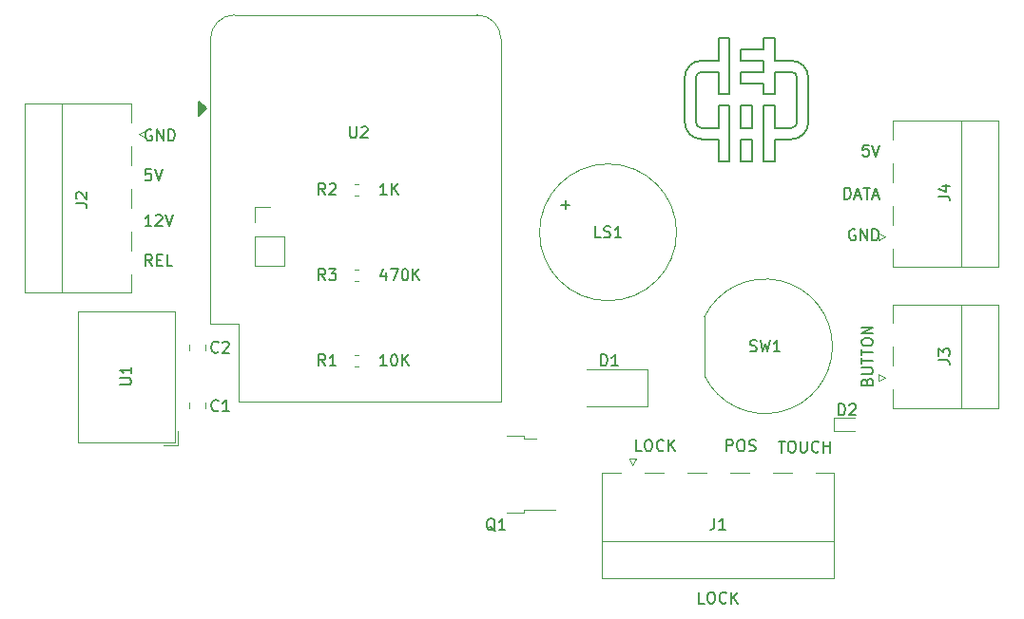
<source format=gto>
G04 #@! TF.GenerationSoftware,KiCad,Pcbnew,(5.1.2-1)-1*
G04 #@! TF.CreationDate,2019-07-26T11:47:48+01:00*
G04 #@! TF.ProjectId,tool-lockers-pcb,746f6f6c-2d6c-46f6-936b-6572732d7063,rev?*
G04 #@! TF.SameCoordinates,Original*
G04 #@! TF.FileFunction,Legend,Top*
G04 #@! TF.FilePolarity,Positive*
%FSLAX46Y46*%
G04 Gerber Fmt 4.6, Leading zero omitted, Abs format (unit mm)*
G04 Created by KiCad (PCBNEW (5.1.2-1)-1) date 2019-07-26 11:47:48*
%MOMM*%
%LPD*%
G04 APERTURE LIST*
%ADD10C,0.150000*%
%ADD11C,0.120000*%
G04 APERTURE END LIST*
D10*
X172267857Y-115149380D02*
X172839285Y-115149380D01*
X172553571Y-116149380D02*
X172553571Y-115149380D01*
X173363095Y-115149380D02*
X173553571Y-115149380D01*
X173648809Y-115197000D01*
X173744047Y-115292238D01*
X173791666Y-115482714D01*
X173791666Y-115816047D01*
X173744047Y-116006523D01*
X173648809Y-116101761D01*
X173553571Y-116149380D01*
X173363095Y-116149380D01*
X173267857Y-116101761D01*
X173172619Y-116006523D01*
X173125000Y-115816047D01*
X173125000Y-115482714D01*
X173172619Y-115292238D01*
X173267857Y-115197000D01*
X173363095Y-115149380D01*
X174220238Y-115149380D02*
X174220238Y-115958904D01*
X174267857Y-116054142D01*
X174315476Y-116101761D01*
X174410714Y-116149380D01*
X174601190Y-116149380D01*
X174696428Y-116101761D01*
X174744047Y-116054142D01*
X174791666Y-115958904D01*
X174791666Y-115149380D01*
X175839285Y-116054142D02*
X175791666Y-116101761D01*
X175648809Y-116149380D01*
X175553571Y-116149380D01*
X175410714Y-116101761D01*
X175315476Y-116006523D01*
X175267857Y-115911285D01*
X175220238Y-115720809D01*
X175220238Y-115577952D01*
X175267857Y-115387476D01*
X175315476Y-115292238D01*
X175410714Y-115197000D01*
X175553571Y-115149380D01*
X175648809Y-115149380D01*
X175791666Y-115197000D01*
X175839285Y-115244619D01*
X176267857Y-116149380D02*
X176267857Y-115149380D01*
X176267857Y-115625571D02*
X176839285Y-115625571D01*
X176839285Y-116149380D02*
X176839285Y-115149380D01*
X167648095Y-116022380D02*
X167648095Y-115022380D01*
X168029047Y-115022380D01*
X168124285Y-115070000D01*
X168171904Y-115117619D01*
X168219523Y-115212857D01*
X168219523Y-115355714D01*
X168171904Y-115450952D01*
X168124285Y-115498571D01*
X168029047Y-115546190D01*
X167648095Y-115546190D01*
X168838571Y-115022380D02*
X169029047Y-115022380D01*
X169124285Y-115070000D01*
X169219523Y-115165238D01*
X169267142Y-115355714D01*
X169267142Y-115689047D01*
X169219523Y-115879523D01*
X169124285Y-115974761D01*
X169029047Y-116022380D01*
X168838571Y-116022380D01*
X168743333Y-115974761D01*
X168648095Y-115879523D01*
X168600476Y-115689047D01*
X168600476Y-115355714D01*
X168648095Y-115165238D01*
X168743333Y-115070000D01*
X168838571Y-115022380D01*
X169648095Y-115974761D02*
X169790952Y-116022380D01*
X170029047Y-116022380D01*
X170124285Y-115974761D01*
X170171904Y-115927142D01*
X170219523Y-115831904D01*
X170219523Y-115736666D01*
X170171904Y-115641428D01*
X170124285Y-115593809D01*
X170029047Y-115546190D01*
X169838571Y-115498571D01*
X169743333Y-115450952D01*
X169695714Y-115403333D01*
X169648095Y-115308095D01*
X169648095Y-115212857D01*
X169695714Y-115117619D01*
X169743333Y-115070000D01*
X169838571Y-115022380D01*
X170076666Y-115022380D01*
X170219523Y-115070000D01*
X160075714Y-116022380D02*
X159599523Y-116022380D01*
X159599523Y-115022380D01*
X160599523Y-115022380D02*
X160790000Y-115022380D01*
X160885238Y-115070000D01*
X160980476Y-115165238D01*
X161028095Y-115355714D01*
X161028095Y-115689047D01*
X160980476Y-115879523D01*
X160885238Y-115974761D01*
X160790000Y-116022380D01*
X160599523Y-116022380D01*
X160504285Y-115974761D01*
X160409047Y-115879523D01*
X160361428Y-115689047D01*
X160361428Y-115355714D01*
X160409047Y-115165238D01*
X160504285Y-115070000D01*
X160599523Y-115022380D01*
X162028095Y-115927142D02*
X161980476Y-115974761D01*
X161837619Y-116022380D01*
X161742380Y-116022380D01*
X161599523Y-115974761D01*
X161504285Y-115879523D01*
X161456666Y-115784285D01*
X161409047Y-115593809D01*
X161409047Y-115450952D01*
X161456666Y-115260476D01*
X161504285Y-115165238D01*
X161599523Y-115070000D01*
X161742380Y-115022380D01*
X161837619Y-115022380D01*
X161980476Y-115070000D01*
X162028095Y-115117619D01*
X162456666Y-116022380D02*
X162456666Y-115022380D01*
X163028095Y-116022380D02*
X162599523Y-115450952D01*
X163028095Y-115022380D02*
X162456666Y-115593809D01*
X178147404Y-93543380D02*
X178147404Y-92543380D01*
X178385500Y-92543380D01*
X178528357Y-92591000D01*
X178623595Y-92686238D01*
X178671214Y-92781476D01*
X178718833Y-92971952D01*
X178718833Y-93114809D01*
X178671214Y-93305285D01*
X178623595Y-93400523D01*
X178528357Y-93495761D01*
X178385500Y-93543380D01*
X178147404Y-93543380D01*
X179099785Y-93257666D02*
X179575976Y-93257666D01*
X179004547Y-93543380D02*
X179337880Y-92543380D01*
X179671214Y-93543380D01*
X179861690Y-92543380D02*
X180433119Y-92543380D01*
X180147404Y-93543380D02*
X180147404Y-92543380D01*
X180718833Y-93257666D02*
X181195023Y-93257666D01*
X180623595Y-93543380D02*
X180956928Y-92543380D01*
X181290261Y-93543380D01*
X180290261Y-88733380D02*
X179814071Y-88733380D01*
X179766452Y-89209571D01*
X179814071Y-89161952D01*
X179909309Y-89114333D01*
X180147404Y-89114333D01*
X180242642Y-89161952D01*
X180290261Y-89209571D01*
X180337880Y-89304809D01*
X180337880Y-89542904D01*
X180290261Y-89638142D01*
X180242642Y-89685761D01*
X180147404Y-89733380D01*
X179909309Y-89733380D01*
X179814071Y-89685761D01*
X179766452Y-89638142D01*
X180623595Y-88733380D02*
X180956928Y-89733380D01*
X181290261Y-88733380D01*
X179099785Y-96274000D02*
X179004547Y-96226380D01*
X178861690Y-96226380D01*
X178718833Y-96274000D01*
X178623595Y-96369238D01*
X178575976Y-96464476D01*
X178528357Y-96654952D01*
X178528357Y-96797809D01*
X178575976Y-96988285D01*
X178623595Y-97083523D01*
X178718833Y-97178761D01*
X178861690Y-97226380D01*
X178956928Y-97226380D01*
X179099785Y-97178761D01*
X179147404Y-97131142D01*
X179147404Y-96797809D01*
X178956928Y-96797809D01*
X179575976Y-97226380D02*
X179575976Y-96226380D01*
X180147404Y-97226380D01*
X180147404Y-96226380D01*
X180623595Y-97226380D02*
X180623595Y-96226380D01*
X180861690Y-96226380D01*
X181004547Y-96274000D01*
X181099785Y-96369238D01*
X181147404Y-96464476D01*
X181195023Y-96654952D01*
X181195023Y-96797809D01*
X181147404Y-96988285D01*
X181099785Y-97083523D01*
X181004547Y-97178761D01*
X180861690Y-97226380D01*
X180623595Y-97226380D01*
X116477023Y-99512380D02*
X116143690Y-99036190D01*
X115905595Y-99512380D02*
X115905595Y-98512380D01*
X116286547Y-98512380D01*
X116381785Y-98560000D01*
X116429404Y-98607619D01*
X116477023Y-98702857D01*
X116477023Y-98845714D01*
X116429404Y-98940952D01*
X116381785Y-98988571D01*
X116286547Y-99036190D01*
X115905595Y-99036190D01*
X116905595Y-98988571D02*
X117238928Y-98988571D01*
X117381785Y-99512380D02*
X116905595Y-99512380D01*
X116905595Y-98512380D01*
X117381785Y-98512380D01*
X118286547Y-99512380D02*
X117810357Y-99512380D01*
X117810357Y-98512380D01*
X116429404Y-95956380D02*
X115857976Y-95956380D01*
X116143690Y-95956380D02*
X116143690Y-94956380D01*
X116048452Y-95099238D01*
X115953214Y-95194476D01*
X115857976Y-95242095D01*
X116810357Y-95051619D02*
X116857976Y-95004000D01*
X116953214Y-94956380D01*
X117191309Y-94956380D01*
X117286547Y-95004000D01*
X117334166Y-95051619D01*
X117381785Y-95146857D01*
X117381785Y-95242095D01*
X117334166Y-95384952D01*
X116762738Y-95956380D01*
X117381785Y-95956380D01*
X117667500Y-94956380D02*
X118000833Y-95956380D01*
X118334166Y-94956380D01*
X116381785Y-90892380D02*
X115905595Y-90892380D01*
X115857976Y-91368571D01*
X115905595Y-91320952D01*
X116000833Y-91273333D01*
X116238928Y-91273333D01*
X116334166Y-91320952D01*
X116381785Y-91368571D01*
X116429404Y-91463809D01*
X116429404Y-91701904D01*
X116381785Y-91797142D01*
X116334166Y-91844761D01*
X116238928Y-91892380D01*
X116000833Y-91892380D01*
X115905595Y-91844761D01*
X115857976Y-91797142D01*
X116715119Y-90892380D02*
X117048452Y-91892380D01*
X117381785Y-90892380D01*
X116429404Y-87384000D02*
X116334166Y-87336380D01*
X116191309Y-87336380D01*
X116048452Y-87384000D01*
X115953214Y-87479238D01*
X115905595Y-87574476D01*
X115857976Y-87764952D01*
X115857976Y-87907809D01*
X115905595Y-88098285D01*
X115953214Y-88193523D01*
X116048452Y-88288761D01*
X116191309Y-88336380D01*
X116286547Y-88336380D01*
X116429404Y-88288761D01*
X116477023Y-88241142D01*
X116477023Y-87907809D01*
X116286547Y-87907809D01*
X116905595Y-88336380D02*
X116905595Y-87336380D01*
X117477023Y-88336380D01*
X117477023Y-87336380D01*
X117953214Y-88336380D02*
X117953214Y-87336380D01*
X118191309Y-87336380D01*
X118334166Y-87384000D01*
X118429404Y-87479238D01*
X118477023Y-87574476D01*
X118524642Y-87764952D01*
X118524642Y-87907809D01*
X118477023Y-88098285D01*
X118429404Y-88193523D01*
X118334166Y-88288761D01*
X118191309Y-88336380D01*
X117953214Y-88336380D01*
D11*
X149600000Y-114930000D02*
X150700000Y-114930000D01*
X149600000Y-114660000D02*
X149600000Y-114930000D01*
X148100000Y-114660000D02*
X149600000Y-114660000D01*
X149600000Y-121290000D02*
X152430000Y-121290000D01*
X149600000Y-121560000D02*
X149600000Y-121290000D01*
X148100000Y-121560000D02*
X149600000Y-121560000D01*
X125630000Y-94290000D02*
X126960000Y-94290000D01*
X125630000Y-95620000D02*
X125630000Y-94290000D01*
X125630000Y-96890000D02*
X128290000Y-96890000D01*
X128290000Y-96890000D02*
X128290000Y-99490000D01*
X125630000Y-96890000D02*
X125630000Y-99490000D01*
X125630000Y-99490000D02*
X128290000Y-99490000D01*
X134884279Y-100840000D02*
X134558721Y-100840000D01*
X134884279Y-99820000D02*
X134558721Y-99820000D01*
D10*
X168918000Y-85209000D02*
X169918000Y-85209000D01*
X169918000Y-85209000D02*
X169918000Y-87209000D01*
X169918000Y-87209000D02*
X168918000Y-87209000D01*
X168918000Y-87209000D02*
X168918000Y-85209000D01*
X168918000Y-88209000D02*
X169918000Y-88209000D01*
X169918000Y-88209000D02*
X169918000Y-90209000D01*
X169918000Y-90209000D02*
X168918000Y-90209000D01*
X168918000Y-90209000D02*
X168918000Y-88209000D01*
X170918000Y-85209000D02*
X170918000Y-90209000D01*
X170918000Y-90209000D02*
X171918000Y-90209000D01*
X171918000Y-90209000D02*
X171918000Y-88209000D01*
X171918000Y-88209000D02*
X173418000Y-88209000D01*
X170918000Y-85209000D02*
X171918000Y-85209000D01*
X171918000Y-85209000D02*
X171918000Y-87209000D01*
X171918000Y-87209000D02*
X173418000Y-87209000D01*
X167918000Y-85209000D02*
X167918000Y-90209000D01*
X167918000Y-90209000D02*
X166918000Y-90209000D01*
X166918000Y-90209000D02*
X166918000Y-88209000D01*
X166918000Y-88209000D02*
X165418000Y-88209000D01*
X167918000Y-85209000D02*
X166918000Y-85209000D01*
X166918000Y-85209000D02*
X166918000Y-87209000D01*
X166918000Y-87209000D02*
X165418000Y-87209000D01*
X166918000Y-84209000D02*
X167918000Y-84209000D01*
X167918000Y-84209000D02*
X167918000Y-79209000D01*
X167918000Y-79209000D02*
X166918000Y-79209000D01*
X166918000Y-79209000D02*
X166918000Y-81209000D01*
X166918000Y-81209000D02*
X165418000Y-81209000D01*
X166918000Y-84209000D02*
X166918000Y-82209000D01*
X166918000Y-82209000D02*
X165418000Y-82209000D01*
X170918000Y-79209000D02*
X170918000Y-80209000D01*
X170918000Y-80209000D02*
X168918000Y-80209000D01*
X168918000Y-80209000D02*
X168918000Y-81209000D01*
X168918000Y-81209000D02*
X170918000Y-81209000D01*
X170918000Y-81209000D02*
X170918000Y-82209000D01*
X170918000Y-82209000D02*
X168918000Y-82209000D01*
X168918000Y-82209000D02*
X168918000Y-83209000D01*
X168918000Y-83209000D02*
X170918000Y-83209000D01*
X170918000Y-83209000D02*
X170918000Y-84209000D01*
X170918000Y-84209000D02*
X171918000Y-84209000D01*
X171918000Y-84209000D02*
X171918000Y-82209000D01*
X171918000Y-82209000D02*
X173418000Y-82209000D01*
X170918000Y-79209000D02*
X171918000Y-79209000D01*
X171918000Y-79209000D02*
X171918000Y-81209000D01*
X171918000Y-81209000D02*
X173418000Y-81209000D01*
X173918000Y-82709000D02*
X173918000Y-86709000D01*
X174918000Y-82709000D02*
X174918000Y-86709000D01*
X164918000Y-82709000D02*
X164918000Y-86709000D01*
X163918000Y-82709000D02*
X163918000Y-86709000D01*
X173918000Y-82709000D02*
G75*
G03X173418000Y-82209000I-500000J0D01*
G01*
X174918000Y-82709000D02*
G75*
G03X173418000Y-81209000I-1500000J0D01*
G01*
X173418000Y-87209000D02*
G75*
G03X173918000Y-86709000I0J500000D01*
G01*
X173418000Y-88209000D02*
G75*
G03X174918000Y-86709000I0J1500000D01*
G01*
X165418000Y-82209000D02*
G75*
G03X164918000Y-82709000I0J-500000D01*
G01*
X165418000Y-81209000D02*
G75*
G03X163918000Y-82709000I0J-1500000D01*
G01*
X164918000Y-86709000D02*
G75*
G03X165418000Y-87209000I500000J0D01*
G01*
X163918000Y-86709000D02*
G75*
G03X165418000Y-88209000I1500000J0D01*
G01*
D11*
X179070000Y-114265000D02*
X177220000Y-114265000D01*
X179070000Y-113065000D02*
X177220000Y-113065000D01*
X177220000Y-113065000D02*
X177220000Y-114265000D01*
X165669001Y-104060000D02*
G75*
G02X165669001Y-109299999I5399999J-2620000D01*
G01*
X165669000Y-104060000D02*
X165669001Y-109299999D01*
X163189000Y-96520000D02*
G75*
G03X163189000Y-96520000I-6100000J0D01*
G01*
X160594000Y-112013000D02*
X155194000Y-112013000D01*
X160594000Y-108713000D02*
X155194000Y-108713000D01*
X160594000Y-112013000D02*
X160594000Y-108713000D01*
X181169000Y-97201000D02*
X181169000Y-96601000D01*
X181769000Y-96901000D02*
X181169000Y-97201000D01*
X181169000Y-96601000D02*
X181769000Y-96901000D01*
X188569000Y-99611000D02*
X188569000Y-86571000D01*
X182459000Y-92041000D02*
X182459000Y-90331000D01*
X182459000Y-95851000D02*
X182459000Y-94141000D01*
X182459000Y-86571000D02*
X182459000Y-88231000D01*
X182459000Y-99611000D02*
X182459000Y-97951000D01*
X191879000Y-86571000D02*
X182459000Y-86571000D01*
X191879000Y-99611000D02*
X191879000Y-86571000D01*
X182459000Y-99611000D02*
X191879000Y-99611000D01*
X181169000Y-109774000D02*
X181169000Y-109174000D01*
X181769000Y-109474000D02*
X181169000Y-109774000D01*
X181169000Y-109174000D02*
X181769000Y-109474000D01*
X188569000Y-112184000D02*
X188569000Y-102954000D01*
X182459000Y-108424000D02*
X182459000Y-106714000D01*
X182459000Y-102954000D02*
X182459000Y-104614000D01*
X182459000Y-112184000D02*
X182459000Y-110524000D01*
X191879000Y-102954000D02*
X182459000Y-102954000D01*
X191879000Y-112184000D02*
X191879000Y-102954000D01*
X182459000Y-112184000D02*
X191879000Y-112184000D01*
X115884000Y-87457000D02*
X115884000Y-88057000D01*
X115284000Y-87757000D02*
X115884000Y-87457000D01*
X115884000Y-88057000D02*
X115284000Y-87757000D01*
X108484000Y-85047000D02*
X108484000Y-101897000D01*
X114594000Y-96427000D02*
X114594000Y-98137000D01*
X114594000Y-92617000D02*
X114594000Y-94327000D01*
X114594000Y-88807000D02*
X114594000Y-90517000D01*
X114594000Y-101897000D02*
X114594000Y-100237000D01*
X114594000Y-85047000D02*
X114594000Y-86707000D01*
X105174000Y-101897000D02*
X114594000Y-101897000D01*
X105174000Y-85047000D02*
X105174000Y-101897000D01*
X114594000Y-85047000D02*
X105174000Y-85047000D01*
X119813000Y-112224078D02*
X119813000Y-111706922D01*
X121233000Y-112224078D02*
X121233000Y-111706922D01*
X119813000Y-106499922D02*
X119813000Y-107017078D01*
X121233000Y-106499922D02*
X121233000Y-107017078D01*
X156548000Y-117943000D02*
X156548000Y-127363000D01*
X156548000Y-127363000D02*
X177208000Y-127363000D01*
X177208000Y-127363000D02*
X177208000Y-117943000D01*
X156548000Y-117943000D02*
X158208000Y-117943000D01*
X177208000Y-117943000D02*
X175548000Y-117943000D01*
X160308000Y-117943000D02*
X162018000Y-117943000D01*
X164118000Y-117943000D02*
X165828000Y-117943000D01*
X167928000Y-117943000D02*
X169638000Y-117943000D01*
X171738000Y-117943000D02*
X173448000Y-117943000D01*
X156548000Y-124053000D02*
X177208000Y-124053000D01*
X159558000Y-116653000D02*
X159258000Y-117253000D01*
X159258000Y-117253000D02*
X158958000Y-116653000D01*
X158958000Y-116653000D02*
X159558000Y-116653000D01*
X134884279Y-107440000D02*
X134558721Y-107440000D01*
X134884279Y-108460000D02*
X134558721Y-108460000D01*
X134884279Y-93220000D02*
X134558721Y-93220000D01*
X134884279Y-92200000D02*
X134558721Y-92200000D01*
X124230000Y-111591000D02*
X147550000Y-111591000D01*
X121690000Y-104691000D02*
X121690000Y-79261000D01*
X147550000Y-111591000D02*
X147550000Y-79261000D01*
X145430000Y-77131000D02*
X123820000Y-77131000D01*
D10*
G36*
X120650000Y-84836000D02*
G01*
X120650000Y-86106000D01*
X121285000Y-85471000D01*
X120650000Y-84836000D01*
G37*
X120650000Y-84836000D02*
X120650000Y-86106000D01*
X121285000Y-85471000D01*
X120650000Y-84836000D01*
D11*
X121690000Y-104691000D02*
X124230000Y-104691000D01*
X124230000Y-104691000D02*
X124230000Y-111591000D01*
X121690000Y-79261000D02*
G75*
G02X123820000Y-77131000I2130000J0D01*
G01*
X145420000Y-77131000D02*
G75*
G02X147550000Y-79261000I0J-2130000D01*
G01*
X109899000Y-115258000D02*
X109899000Y-103537000D01*
X118519000Y-115258000D02*
X118519000Y-103537000D01*
X109899000Y-115258000D02*
X118519000Y-115258000D01*
X109899000Y-103537000D02*
X118519000Y-103537000D01*
X117519000Y-115498000D02*
X118759000Y-115498000D01*
X118759000Y-115498000D02*
X118759000Y-114258000D01*
D10*
X147034761Y-123157619D02*
X146939523Y-123110000D01*
X146844285Y-123014761D01*
X146701428Y-122871904D01*
X146606190Y-122824285D01*
X146510952Y-122824285D01*
X146558571Y-123062380D02*
X146463333Y-123014761D01*
X146368095Y-122919523D01*
X146320476Y-122729047D01*
X146320476Y-122395714D01*
X146368095Y-122205238D01*
X146463333Y-122110000D01*
X146558571Y-122062380D01*
X146749047Y-122062380D01*
X146844285Y-122110000D01*
X146939523Y-122205238D01*
X146987142Y-122395714D01*
X146987142Y-122729047D01*
X146939523Y-122919523D01*
X146844285Y-123014761D01*
X146749047Y-123062380D01*
X146558571Y-123062380D01*
X147939523Y-123062380D02*
X147368095Y-123062380D01*
X147653809Y-123062380D02*
X147653809Y-122062380D01*
X147558571Y-122205238D01*
X147463333Y-122300476D01*
X147368095Y-122348095D01*
X131913333Y-100782380D02*
X131580000Y-100306190D01*
X131341904Y-100782380D02*
X131341904Y-99782380D01*
X131722857Y-99782380D01*
X131818095Y-99830000D01*
X131865714Y-99877619D01*
X131913333Y-99972857D01*
X131913333Y-100115714D01*
X131865714Y-100210952D01*
X131818095Y-100258571D01*
X131722857Y-100306190D01*
X131341904Y-100306190D01*
X132246666Y-99782380D02*
X132865714Y-99782380D01*
X132532380Y-100163333D01*
X132675238Y-100163333D01*
X132770476Y-100210952D01*
X132818095Y-100258571D01*
X132865714Y-100353809D01*
X132865714Y-100591904D01*
X132818095Y-100687142D01*
X132770476Y-100734761D01*
X132675238Y-100782380D01*
X132389523Y-100782380D01*
X132294285Y-100734761D01*
X132246666Y-100687142D01*
X137289166Y-100115714D02*
X137289166Y-100782380D01*
X137051071Y-99734761D02*
X136812976Y-100449047D01*
X137432023Y-100449047D01*
X137717738Y-99782380D02*
X138384404Y-99782380D01*
X137955833Y-100782380D01*
X138955833Y-99782380D02*
X139051071Y-99782380D01*
X139146309Y-99830000D01*
X139193928Y-99877619D01*
X139241547Y-99972857D01*
X139289166Y-100163333D01*
X139289166Y-100401428D01*
X139241547Y-100591904D01*
X139193928Y-100687142D01*
X139146309Y-100734761D01*
X139051071Y-100782380D01*
X138955833Y-100782380D01*
X138860595Y-100734761D01*
X138812976Y-100687142D01*
X138765357Y-100591904D01*
X138717738Y-100401428D01*
X138717738Y-100163333D01*
X138765357Y-99972857D01*
X138812976Y-99877619D01*
X138860595Y-99830000D01*
X138955833Y-99782380D01*
X139717738Y-100782380D02*
X139717738Y-99782380D01*
X140289166Y-100782380D02*
X139860595Y-100210952D01*
X140289166Y-99782380D02*
X139717738Y-100353809D01*
X177631904Y-112817380D02*
X177631904Y-111817380D01*
X177870000Y-111817380D01*
X178012857Y-111865000D01*
X178108095Y-111960238D01*
X178155714Y-112055476D01*
X178203333Y-112245952D01*
X178203333Y-112388809D01*
X178155714Y-112579285D01*
X178108095Y-112674523D01*
X178012857Y-112769761D01*
X177870000Y-112817380D01*
X177631904Y-112817380D01*
X178584285Y-111912619D02*
X178631904Y-111865000D01*
X178727142Y-111817380D01*
X178965238Y-111817380D01*
X179060476Y-111865000D01*
X179108095Y-111912619D01*
X179155714Y-112007857D01*
X179155714Y-112103095D01*
X179108095Y-112245952D01*
X178536666Y-112817380D01*
X179155714Y-112817380D01*
X169735666Y-107084761D02*
X169878523Y-107132380D01*
X170116619Y-107132380D01*
X170211857Y-107084761D01*
X170259476Y-107037142D01*
X170307095Y-106941904D01*
X170307095Y-106846666D01*
X170259476Y-106751428D01*
X170211857Y-106703809D01*
X170116619Y-106656190D01*
X169926142Y-106608571D01*
X169830904Y-106560952D01*
X169783285Y-106513333D01*
X169735666Y-106418095D01*
X169735666Y-106322857D01*
X169783285Y-106227619D01*
X169830904Y-106180000D01*
X169926142Y-106132380D01*
X170164238Y-106132380D01*
X170307095Y-106180000D01*
X170640428Y-106132380D02*
X170878523Y-107132380D01*
X171069000Y-106418095D01*
X171259476Y-107132380D01*
X171497571Y-106132380D01*
X172402333Y-107132380D02*
X171830904Y-107132380D01*
X172116619Y-107132380D02*
X172116619Y-106132380D01*
X172021380Y-106275238D01*
X171926142Y-106370476D01*
X171830904Y-106418095D01*
X156446142Y-96972380D02*
X155969952Y-96972380D01*
X155969952Y-95972380D01*
X156731857Y-96924761D02*
X156874714Y-96972380D01*
X157112809Y-96972380D01*
X157208047Y-96924761D01*
X157255666Y-96877142D01*
X157303285Y-96781904D01*
X157303285Y-96686666D01*
X157255666Y-96591428D01*
X157208047Y-96543809D01*
X157112809Y-96496190D01*
X156922333Y-96448571D01*
X156827095Y-96400952D01*
X156779476Y-96353333D01*
X156731857Y-96258095D01*
X156731857Y-96162857D01*
X156779476Y-96067619D01*
X156827095Y-96020000D01*
X156922333Y-95972380D01*
X157160428Y-95972380D01*
X157303285Y-96020000D01*
X158255666Y-96972380D02*
X157684238Y-96972380D01*
X157969952Y-96972380D02*
X157969952Y-95972380D01*
X157874714Y-96115238D01*
X157779476Y-96210476D01*
X157684238Y-96258095D01*
X152898047Y-94051428D02*
X153659952Y-94051428D01*
X153279000Y-94432380D02*
X153279000Y-93670476D01*
X156455904Y-108402380D02*
X156455904Y-107402380D01*
X156694000Y-107402380D01*
X156836857Y-107450000D01*
X156932095Y-107545238D01*
X156979714Y-107640476D01*
X157027333Y-107830952D01*
X157027333Y-107973809D01*
X156979714Y-108164285D01*
X156932095Y-108259523D01*
X156836857Y-108354761D01*
X156694000Y-108402380D01*
X156455904Y-108402380D01*
X157979714Y-108402380D02*
X157408285Y-108402380D01*
X157694000Y-108402380D02*
X157694000Y-107402380D01*
X157598761Y-107545238D01*
X157503523Y-107640476D01*
X157408285Y-107688095D01*
X186523380Y-93297333D02*
X187237666Y-93297333D01*
X187380523Y-93344952D01*
X187475761Y-93440190D01*
X187523380Y-93583047D01*
X187523380Y-93678285D01*
X186856714Y-92392571D02*
X187523380Y-92392571D01*
X186475761Y-92630666D02*
X187190047Y-92868761D01*
X187190047Y-92249714D01*
X186523380Y-107907333D02*
X187237666Y-107907333D01*
X187380523Y-107954952D01*
X187475761Y-108050190D01*
X187523380Y-108193047D01*
X187523380Y-108288285D01*
X186523380Y-107526380D02*
X186523380Y-106907333D01*
X186904333Y-107240666D01*
X186904333Y-107097809D01*
X186951952Y-107002571D01*
X186999571Y-106954952D01*
X187094809Y-106907333D01*
X187332904Y-106907333D01*
X187428142Y-106954952D01*
X187475761Y-107002571D01*
X187523380Y-107097809D01*
X187523380Y-107383523D01*
X187475761Y-107478761D01*
X187428142Y-107526380D01*
X180141571Y-109830904D02*
X180189190Y-109688047D01*
X180236809Y-109640428D01*
X180332047Y-109592809D01*
X180474904Y-109592809D01*
X180570142Y-109640428D01*
X180617761Y-109688047D01*
X180665380Y-109783285D01*
X180665380Y-110164238D01*
X179665380Y-110164238D01*
X179665380Y-109830904D01*
X179713000Y-109735666D01*
X179760619Y-109688047D01*
X179855857Y-109640428D01*
X179951095Y-109640428D01*
X180046333Y-109688047D01*
X180093952Y-109735666D01*
X180141571Y-109830904D01*
X180141571Y-110164238D01*
X179665380Y-109164238D02*
X180474904Y-109164238D01*
X180570142Y-109116619D01*
X180617761Y-109069000D01*
X180665380Y-108973761D01*
X180665380Y-108783285D01*
X180617761Y-108688047D01*
X180570142Y-108640428D01*
X180474904Y-108592809D01*
X179665380Y-108592809D01*
X179665380Y-108259476D02*
X179665380Y-107688047D01*
X180665380Y-107973761D02*
X179665380Y-107973761D01*
X179665380Y-107497571D02*
X179665380Y-106926142D01*
X180665380Y-107211857D02*
X179665380Y-107211857D01*
X179665380Y-106402333D02*
X179665380Y-106211857D01*
X179713000Y-106116619D01*
X179808238Y-106021380D01*
X179998714Y-105973761D01*
X180332047Y-105973761D01*
X180522523Y-106021380D01*
X180617761Y-106116619D01*
X180665380Y-106211857D01*
X180665380Y-106402333D01*
X180617761Y-106497571D01*
X180522523Y-106592809D01*
X180332047Y-106640428D01*
X179998714Y-106640428D01*
X179808238Y-106592809D01*
X179713000Y-106497571D01*
X179665380Y-106402333D01*
X180665380Y-105545190D02*
X179665380Y-105545190D01*
X180665380Y-104973761D01*
X179665380Y-104973761D01*
X109688380Y-93932333D02*
X110402666Y-93932333D01*
X110545523Y-93979952D01*
X110640761Y-94075190D01*
X110688380Y-94218047D01*
X110688380Y-94313285D01*
X109783619Y-93503761D02*
X109736000Y-93456142D01*
X109688380Y-93360904D01*
X109688380Y-93122809D01*
X109736000Y-93027571D01*
X109783619Y-92979952D01*
X109878857Y-92932333D01*
X109974095Y-92932333D01*
X110116952Y-92979952D01*
X110688380Y-93551380D01*
X110688380Y-92932333D01*
X122388333Y-112371142D02*
X122340714Y-112418761D01*
X122197857Y-112466380D01*
X122102619Y-112466380D01*
X121959761Y-112418761D01*
X121864523Y-112323523D01*
X121816904Y-112228285D01*
X121769285Y-112037809D01*
X121769285Y-111894952D01*
X121816904Y-111704476D01*
X121864523Y-111609238D01*
X121959761Y-111514000D01*
X122102619Y-111466380D01*
X122197857Y-111466380D01*
X122340714Y-111514000D01*
X122388333Y-111561619D01*
X123340714Y-112466380D02*
X122769285Y-112466380D01*
X123055000Y-112466380D02*
X123055000Y-111466380D01*
X122959761Y-111609238D01*
X122864523Y-111704476D01*
X122769285Y-111752095D01*
X122388333Y-107164142D02*
X122340714Y-107211761D01*
X122197857Y-107259380D01*
X122102619Y-107259380D01*
X121959761Y-107211761D01*
X121864523Y-107116523D01*
X121816904Y-107021285D01*
X121769285Y-106830809D01*
X121769285Y-106687952D01*
X121816904Y-106497476D01*
X121864523Y-106402238D01*
X121959761Y-106307000D01*
X122102619Y-106259380D01*
X122197857Y-106259380D01*
X122340714Y-106307000D01*
X122388333Y-106354619D01*
X122769285Y-106354619D02*
X122816904Y-106307000D01*
X122912142Y-106259380D01*
X123150238Y-106259380D01*
X123245476Y-106307000D01*
X123293095Y-106354619D01*
X123340714Y-106449857D01*
X123340714Y-106545095D01*
X123293095Y-106687952D01*
X122721666Y-107259380D01*
X123340714Y-107259380D01*
X166544666Y-122007380D02*
X166544666Y-122721666D01*
X166497047Y-122864523D01*
X166401809Y-122959761D01*
X166258952Y-123007380D01*
X166163714Y-123007380D01*
X167544666Y-123007380D02*
X166973238Y-123007380D01*
X167258952Y-123007380D02*
X167258952Y-122007380D01*
X167163714Y-122150238D01*
X167068476Y-122245476D01*
X166973238Y-122293095D01*
X165663714Y-129611380D02*
X165187523Y-129611380D01*
X165187523Y-128611380D01*
X166187523Y-128611380D02*
X166378000Y-128611380D01*
X166473238Y-128659000D01*
X166568476Y-128754238D01*
X166616095Y-128944714D01*
X166616095Y-129278047D01*
X166568476Y-129468523D01*
X166473238Y-129563761D01*
X166378000Y-129611380D01*
X166187523Y-129611380D01*
X166092285Y-129563761D01*
X165997047Y-129468523D01*
X165949428Y-129278047D01*
X165949428Y-128944714D01*
X165997047Y-128754238D01*
X166092285Y-128659000D01*
X166187523Y-128611380D01*
X167616095Y-129516142D02*
X167568476Y-129563761D01*
X167425619Y-129611380D01*
X167330380Y-129611380D01*
X167187523Y-129563761D01*
X167092285Y-129468523D01*
X167044666Y-129373285D01*
X166997047Y-129182809D01*
X166997047Y-129039952D01*
X167044666Y-128849476D01*
X167092285Y-128754238D01*
X167187523Y-128659000D01*
X167330380Y-128611380D01*
X167425619Y-128611380D01*
X167568476Y-128659000D01*
X167616095Y-128706619D01*
X168044666Y-129611380D02*
X168044666Y-128611380D01*
X168616095Y-129611380D02*
X168187523Y-129039952D01*
X168616095Y-128611380D02*
X168044666Y-129182809D01*
X131913333Y-108402380D02*
X131580000Y-107926190D01*
X131341904Y-108402380D02*
X131341904Y-107402380D01*
X131722857Y-107402380D01*
X131818095Y-107450000D01*
X131865714Y-107497619D01*
X131913333Y-107592857D01*
X131913333Y-107735714D01*
X131865714Y-107830952D01*
X131818095Y-107878571D01*
X131722857Y-107926190D01*
X131341904Y-107926190D01*
X132865714Y-108402380D02*
X132294285Y-108402380D01*
X132580000Y-108402380D02*
X132580000Y-107402380D01*
X132484761Y-107545238D01*
X132389523Y-107640476D01*
X132294285Y-107688095D01*
X137384404Y-108402380D02*
X136812976Y-108402380D01*
X137098690Y-108402380D02*
X137098690Y-107402380D01*
X137003452Y-107545238D01*
X136908214Y-107640476D01*
X136812976Y-107688095D01*
X138003452Y-107402380D02*
X138098690Y-107402380D01*
X138193928Y-107450000D01*
X138241547Y-107497619D01*
X138289166Y-107592857D01*
X138336785Y-107783333D01*
X138336785Y-108021428D01*
X138289166Y-108211904D01*
X138241547Y-108307142D01*
X138193928Y-108354761D01*
X138098690Y-108402380D01*
X138003452Y-108402380D01*
X137908214Y-108354761D01*
X137860595Y-108307142D01*
X137812976Y-108211904D01*
X137765357Y-108021428D01*
X137765357Y-107783333D01*
X137812976Y-107592857D01*
X137860595Y-107497619D01*
X137908214Y-107450000D01*
X138003452Y-107402380D01*
X138765357Y-108402380D02*
X138765357Y-107402380D01*
X139336785Y-108402380D02*
X138908214Y-107830952D01*
X139336785Y-107402380D02*
X138765357Y-107973809D01*
X131913333Y-93162380D02*
X131580000Y-92686190D01*
X131341904Y-93162380D02*
X131341904Y-92162380D01*
X131722857Y-92162380D01*
X131818095Y-92210000D01*
X131865714Y-92257619D01*
X131913333Y-92352857D01*
X131913333Y-92495714D01*
X131865714Y-92590952D01*
X131818095Y-92638571D01*
X131722857Y-92686190D01*
X131341904Y-92686190D01*
X132294285Y-92257619D02*
X132341904Y-92210000D01*
X132437142Y-92162380D01*
X132675238Y-92162380D01*
X132770476Y-92210000D01*
X132818095Y-92257619D01*
X132865714Y-92352857D01*
X132865714Y-92448095D01*
X132818095Y-92590952D01*
X132246666Y-93162380D01*
X132865714Y-93162380D01*
X137384404Y-93162380D02*
X136812976Y-93162380D01*
X137098690Y-93162380D02*
X137098690Y-92162380D01*
X137003452Y-92305238D01*
X136908214Y-92400476D01*
X136812976Y-92448095D01*
X137812976Y-93162380D02*
X137812976Y-92162380D01*
X138384404Y-93162380D02*
X137955833Y-92590952D01*
X138384404Y-92162380D02*
X137812976Y-92733809D01*
X134112095Y-87082380D02*
X134112095Y-87891904D01*
X134159714Y-87987142D01*
X134207333Y-88034761D01*
X134302571Y-88082380D01*
X134493047Y-88082380D01*
X134588285Y-88034761D01*
X134635904Y-87987142D01*
X134683523Y-87891904D01*
X134683523Y-87082380D01*
X135112095Y-87177619D02*
X135159714Y-87130000D01*
X135254952Y-87082380D01*
X135493047Y-87082380D01*
X135588285Y-87130000D01*
X135635904Y-87177619D01*
X135683523Y-87272857D01*
X135683523Y-87368095D01*
X135635904Y-87510952D01*
X135064476Y-88082380D01*
X135683523Y-88082380D01*
X113625380Y-110108904D02*
X114434904Y-110108904D01*
X114530142Y-110061285D01*
X114577761Y-110013666D01*
X114625380Y-109918428D01*
X114625380Y-109727952D01*
X114577761Y-109632714D01*
X114530142Y-109585095D01*
X114434904Y-109537476D01*
X113625380Y-109537476D01*
X114625380Y-108537476D02*
X114625380Y-109108904D01*
X114625380Y-108823190D02*
X113625380Y-108823190D01*
X113768238Y-108918428D01*
X113863476Y-109013666D01*
X113911095Y-109108904D01*
M02*

</source>
